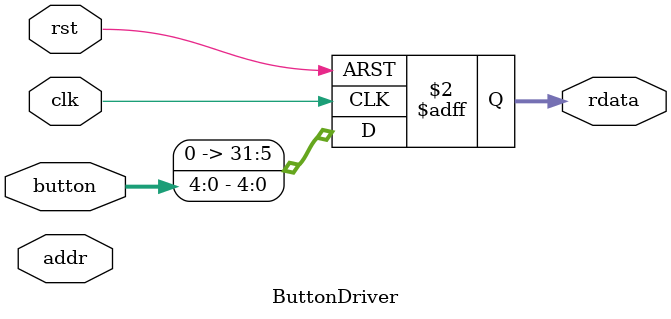
<source format=v>
module ButtonDriver (
    input  wire        rst,
    input  wire        clk,
    input  wire [11:0] addr,
    input  wire [ 4:0] button,
    output reg  [31:0] rdata
);

  always @(posedge clk or posedge rst) begin
    if (rst) rdata <= 32'd0;
    else rdata <= {27'd0, button};
  end


endmodule

</source>
